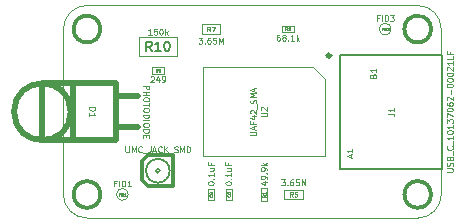
<source format=gbr>
%TF.GenerationSoftware,KiCad,Pcbnew,7.0.10*%
%TF.CreationDate,2024-02-15T14:25:30-05:00*%
%TF.ProjectId,wingbeat_detector,77696e67-6265-4617-945f-646574656374,4.0*%
%TF.SameCoordinates,Original*%
%TF.FileFunction,AssemblyDrawing,Top*%
%FSLAX46Y46*%
G04 Gerber Fmt 4.6, Leading zero omitted, Abs format (unit mm)*
G04 Created by KiCad (PCBNEW 7.0.10) date 2024-02-15 14:25:30*
%MOMM*%
%LPD*%
G01*
G04 APERTURE LIST*
%ADD10C,0.100000*%
%ADD11C,0.125000*%
%ADD12C,0.040000*%
%ADD13C,0.200000*%
%ADD14C,0.060000*%
%ADD15C,0.300000*%
%ADD16C,0.127000*%
%ADD17C,0.500000*%
%TA.AperFunction,Profile*%
%ADD18C,0.100000*%
%TD*%
G04 APERTURE END LIST*
D10*
X136000000Y-91000000D02*
X164000000Y-91000000D01*
X166000000Y-107000000D02*
X166000000Y-93000000D01*
X134000000Y-107000000D02*
G75*
G03*
X136000000Y-109000000I2000000J0D01*
G01*
X166000000Y-93000000D02*
G75*
G03*
X164000000Y-91000000I-2000000J0D01*
G01*
X136000000Y-109000000D02*
X164000000Y-109000000D01*
X134000000Y-93000000D02*
X134000000Y-107000000D01*
X136000000Y-91000000D02*
G75*
G03*
X134000000Y-93000000I0J-2000000D01*
G01*
X164000000Y-109000000D02*
G75*
G03*
X166000000Y-107000000I0J2000000D01*
G01*
D11*
X166474809Y-105083329D02*
X166879571Y-105083329D01*
X166879571Y-105083329D02*
X166927190Y-105059519D01*
X166927190Y-105059519D02*
X166951000Y-105035710D01*
X166951000Y-105035710D02*
X166974809Y-104988091D01*
X166974809Y-104988091D02*
X166974809Y-104892853D01*
X166974809Y-104892853D02*
X166951000Y-104845234D01*
X166951000Y-104845234D02*
X166927190Y-104821424D01*
X166927190Y-104821424D02*
X166879571Y-104797615D01*
X166879571Y-104797615D02*
X166474809Y-104797615D01*
X166951000Y-104583328D02*
X166974809Y-104511900D01*
X166974809Y-104511900D02*
X166974809Y-104392852D01*
X166974809Y-104392852D02*
X166951000Y-104345233D01*
X166951000Y-104345233D02*
X166927190Y-104321424D01*
X166927190Y-104321424D02*
X166879571Y-104297614D01*
X166879571Y-104297614D02*
X166831952Y-104297614D01*
X166831952Y-104297614D02*
X166784333Y-104321424D01*
X166784333Y-104321424D02*
X166760523Y-104345233D01*
X166760523Y-104345233D02*
X166736714Y-104392852D01*
X166736714Y-104392852D02*
X166712904Y-104488090D01*
X166712904Y-104488090D02*
X166689095Y-104535709D01*
X166689095Y-104535709D02*
X166665285Y-104559519D01*
X166665285Y-104559519D02*
X166617666Y-104583328D01*
X166617666Y-104583328D02*
X166570047Y-104583328D01*
X166570047Y-104583328D02*
X166522428Y-104559519D01*
X166522428Y-104559519D02*
X166498619Y-104535709D01*
X166498619Y-104535709D02*
X166474809Y-104488090D01*
X166474809Y-104488090D02*
X166474809Y-104369043D01*
X166474809Y-104369043D02*
X166498619Y-104297614D01*
X166712904Y-103916662D02*
X166736714Y-103845234D01*
X166736714Y-103845234D02*
X166760523Y-103821424D01*
X166760523Y-103821424D02*
X166808142Y-103797615D01*
X166808142Y-103797615D02*
X166879571Y-103797615D01*
X166879571Y-103797615D02*
X166927190Y-103821424D01*
X166927190Y-103821424D02*
X166951000Y-103845234D01*
X166951000Y-103845234D02*
X166974809Y-103892853D01*
X166974809Y-103892853D02*
X166974809Y-104083329D01*
X166974809Y-104083329D02*
X166474809Y-104083329D01*
X166474809Y-104083329D02*
X166474809Y-103916662D01*
X166474809Y-103916662D02*
X166498619Y-103869043D01*
X166498619Y-103869043D02*
X166522428Y-103845234D01*
X166522428Y-103845234D02*
X166570047Y-103821424D01*
X166570047Y-103821424D02*
X166617666Y-103821424D01*
X166617666Y-103821424D02*
X166665285Y-103845234D01*
X166665285Y-103845234D02*
X166689095Y-103869043D01*
X166689095Y-103869043D02*
X166712904Y-103916662D01*
X166712904Y-103916662D02*
X166712904Y-104083329D01*
X167022428Y-103702377D02*
X167022428Y-103321424D01*
X166927190Y-102916663D02*
X166951000Y-102940472D01*
X166951000Y-102940472D02*
X166974809Y-103011901D01*
X166974809Y-103011901D02*
X166974809Y-103059520D01*
X166974809Y-103059520D02*
X166951000Y-103130948D01*
X166951000Y-103130948D02*
X166903380Y-103178567D01*
X166903380Y-103178567D02*
X166855761Y-103202377D01*
X166855761Y-103202377D02*
X166760523Y-103226186D01*
X166760523Y-103226186D02*
X166689095Y-103226186D01*
X166689095Y-103226186D02*
X166593857Y-103202377D01*
X166593857Y-103202377D02*
X166546238Y-103178567D01*
X166546238Y-103178567D02*
X166498619Y-103130948D01*
X166498619Y-103130948D02*
X166474809Y-103059520D01*
X166474809Y-103059520D02*
X166474809Y-103011901D01*
X166474809Y-103011901D02*
X166498619Y-102940472D01*
X166498619Y-102940472D02*
X166522428Y-102916663D01*
X167022428Y-102821425D02*
X167022428Y-102440472D01*
X166974809Y-102059520D02*
X166974809Y-102345234D01*
X166974809Y-102202377D02*
X166474809Y-102202377D01*
X166474809Y-102202377D02*
X166546238Y-102249996D01*
X166546238Y-102249996D02*
X166593857Y-102297615D01*
X166593857Y-102297615D02*
X166617666Y-102345234D01*
X166474809Y-101749997D02*
X166474809Y-101702378D01*
X166474809Y-101702378D02*
X166498619Y-101654759D01*
X166498619Y-101654759D02*
X166522428Y-101630949D01*
X166522428Y-101630949D02*
X166570047Y-101607140D01*
X166570047Y-101607140D02*
X166665285Y-101583330D01*
X166665285Y-101583330D02*
X166784333Y-101583330D01*
X166784333Y-101583330D02*
X166879571Y-101607140D01*
X166879571Y-101607140D02*
X166927190Y-101630949D01*
X166927190Y-101630949D02*
X166951000Y-101654759D01*
X166951000Y-101654759D02*
X166974809Y-101702378D01*
X166974809Y-101702378D02*
X166974809Y-101749997D01*
X166974809Y-101749997D02*
X166951000Y-101797616D01*
X166951000Y-101797616D02*
X166927190Y-101821425D01*
X166927190Y-101821425D02*
X166879571Y-101845235D01*
X166879571Y-101845235D02*
X166784333Y-101869044D01*
X166784333Y-101869044D02*
X166665285Y-101869044D01*
X166665285Y-101869044D02*
X166570047Y-101845235D01*
X166570047Y-101845235D02*
X166522428Y-101821425D01*
X166522428Y-101821425D02*
X166498619Y-101797616D01*
X166498619Y-101797616D02*
X166474809Y-101749997D01*
X166974809Y-101107140D02*
X166974809Y-101392854D01*
X166974809Y-101249997D02*
X166474809Y-101249997D01*
X166474809Y-101249997D02*
X166546238Y-101297616D01*
X166546238Y-101297616D02*
X166593857Y-101345235D01*
X166593857Y-101345235D02*
X166617666Y-101392854D01*
X166474809Y-100940474D02*
X166474809Y-100630950D01*
X166474809Y-100630950D02*
X166665285Y-100797617D01*
X166665285Y-100797617D02*
X166665285Y-100726188D01*
X166665285Y-100726188D02*
X166689095Y-100678569D01*
X166689095Y-100678569D02*
X166712904Y-100654760D01*
X166712904Y-100654760D02*
X166760523Y-100630950D01*
X166760523Y-100630950D02*
X166879571Y-100630950D01*
X166879571Y-100630950D02*
X166927190Y-100654760D01*
X166927190Y-100654760D02*
X166951000Y-100678569D01*
X166951000Y-100678569D02*
X166974809Y-100726188D01*
X166974809Y-100726188D02*
X166974809Y-100869045D01*
X166974809Y-100869045D02*
X166951000Y-100916664D01*
X166951000Y-100916664D02*
X166927190Y-100940474D01*
X166474809Y-100464284D02*
X166474809Y-100130951D01*
X166474809Y-100130951D02*
X166974809Y-100345236D01*
X166474809Y-99845237D02*
X166474809Y-99797618D01*
X166474809Y-99797618D02*
X166498619Y-99749999D01*
X166498619Y-99749999D02*
X166522428Y-99726189D01*
X166522428Y-99726189D02*
X166570047Y-99702380D01*
X166570047Y-99702380D02*
X166665285Y-99678570D01*
X166665285Y-99678570D02*
X166784333Y-99678570D01*
X166784333Y-99678570D02*
X166879571Y-99702380D01*
X166879571Y-99702380D02*
X166927190Y-99726189D01*
X166927190Y-99726189D02*
X166951000Y-99749999D01*
X166951000Y-99749999D02*
X166974809Y-99797618D01*
X166974809Y-99797618D02*
X166974809Y-99845237D01*
X166974809Y-99845237D02*
X166951000Y-99892856D01*
X166951000Y-99892856D02*
X166927190Y-99916665D01*
X166927190Y-99916665D02*
X166879571Y-99940475D01*
X166879571Y-99940475D02*
X166784333Y-99964284D01*
X166784333Y-99964284D02*
X166665285Y-99964284D01*
X166665285Y-99964284D02*
X166570047Y-99940475D01*
X166570047Y-99940475D02*
X166522428Y-99916665D01*
X166522428Y-99916665D02*
X166498619Y-99892856D01*
X166498619Y-99892856D02*
X166474809Y-99845237D01*
X166474809Y-99249999D02*
X166474809Y-99345237D01*
X166474809Y-99345237D02*
X166498619Y-99392856D01*
X166498619Y-99392856D02*
X166522428Y-99416666D01*
X166522428Y-99416666D02*
X166593857Y-99464285D01*
X166593857Y-99464285D02*
X166689095Y-99488094D01*
X166689095Y-99488094D02*
X166879571Y-99488094D01*
X166879571Y-99488094D02*
X166927190Y-99464285D01*
X166927190Y-99464285D02*
X166951000Y-99440475D01*
X166951000Y-99440475D02*
X166974809Y-99392856D01*
X166974809Y-99392856D02*
X166974809Y-99297618D01*
X166974809Y-99297618D02*
X166951000Y-99249999D01*
X166951000Y-99249999D02*
X166927190Y-99226190D01*
X166927190Y-99226190D02*
X166879571Y-99202380D01*
X166879571Y-99202380D02*
X166760523Y-99202380D01*
X166760523Y-99202380D02*
X166712904Y-99226190D01*
X166712904Y-99226190D02*
X166689095Y-99249999D01*
X166689095Y-99249999D02*
X166665285Y-99297618D01*
X166665285Y-99297618D02*
X166665285Y-99392856D01*
X166665285Y-99392856D02*
X166689095Y-99440475D01*
X166689095Y-99440475D02*
X166712904Y-99464285D01*
X166712904Y-99464285D02*
X166760523Y-99488094D01*
X166522428Y-99011904D02*
X166498619Y-98988095D01*
X166498619Y-98988095D02*
X166474809Y-98940476D01*
X166474809Y-98940476D02*
X166474809Y-98821428D01*
X166474809Y-98821428D02*
X166498619Y-98773809D01*
X166498619Y-98773809D02*
X166522428Y-98750000D01*
X166522428Y-98750000D02*
X166570047Y-98726190D01*
X166570047Y-98726190D02*
X166617666Y-98726190D01*
X166617666Y-98726190D02*
X166689095Y-98750000D01*
X166689095Y-98750000D02*
X166974809Y-99035714D01*
X166974809Y-99035714D02*
X166974809Y-98726190D01*
X166784333Y-98511905D02*
X166784333Y-98130953D01*
X166474809Y-97797619D02*
X166474809Y-97750000D01*
X166474809Y-97750000D02*
X166498619Y-97702381D01*
X166498619Y-97702381D02*
X166522428Y-97678571D01*
X166522428Y-97678571D02*
X166570047Y-97654762D01*
X166570047Y-97654762D02*
X166665285Y-97630952D01*
X166665285Y-97630952D02*
X166784333Y-97630952D01*
X166784333Y-97630952D02*
X166879571Y-97654762D01*
X166879571Y-97654762D02*
X166927190Y-97678571D01*
X166927190Y-97678571D02*
X166951000Y-97702381D01*
X166951000Y-97702381D02*
X166974809Y-97750000D01*
X166974809Y-97750000D02*
X166974809Y-97797619D01*
X166974809Y-97797619D02*
X166951000Y-97845238D01*
X166951000Y-97845238D02*
X166927190Y-97869047D01*
X166927190Y-97869047D02*
X166879571Y-97892857D01*
X166879571Y-97892857D02*
X166784333Y-97916666D01*
X166784333Y-97916666D02*
X166665285Y-97916666D01*
X166665285Y-97916666D02*
X166570047Y-97892857D01*
X166570047Y-97892857D02*
X166522428Y-97869047D01*
X166522428Y-97869047D02*
X166498619Y-97845238D01*
X166498619Y-97845238D02*
X166474809Y-97797619D01*
X166474809Y-97321429D02*
X166474809Y-97273810D01*
X166474809Y-97273810D02*
X166498619Y-97226191D01*
X166498619Y-97226191D02*
X166522428Y-97202381D01*
X166522428Y-97202381D02*
X166570047Y-97178572D01*
X166570047Y-97178572D02*
X166665285Y-97154762D01*
X166665285Y-97154762D02*
X166784333Y-97154762D01*
X166784333Y-97154762D02*
X166879571Y-97178572D01*
X166879571Y-97178572D02*
X166927190Y-97202381D01*
X166927190Y-97202381D02*
X166951000Y-97226191D01*
X166951000Y-97226191D02*
X166974809Y-97273810D01*
X166974809Y-97273810D02*
X166974809Y-97321429D01*
X166974809Y-97321429D02*
X166951000Y-97369048D01*
X166951000Y-97369048D02*
X166927190Y-97392857D01*
X166927190Y-97392857D02*
X166879571Y-97416667D01*
X166879571Y-97416667D02*
X166784333Y-97440476D01*
X166784333Y-97440476D02*
X166665285Y-97440476D01*
X166665285Y-97440476D02*
X166570047Y-97416667D01*
X166570047Y-97416667D02*
X166522428Y-97392857D01*
X166522428Y-97392857D02*
X166498619Y-97369048D01*
X166498619Y-97369048D02*
X166474809Y-97321429D01*
X166474809Y-96845239D02*
X166474809Y-96797620D01*
X166474809Y-96797620D02*
X166498619Y-96750001D01*
X166498619Y-96750001D02*
X166522428Y-96726191D01*
X166522428Y-96726191D02*
X166570047Y-96702382D01*
X166570047Y-96702382D02*
X166665285Y-96678572D01*
X166665285Y-96678572D02*
X166784333Y-96678572D01*
X166784333Y-96678572D02*
X166879571Y-96702382D01*
X166879571Y-96702382D02*
X166927190Y-96726191D01*
X166927190Y-96726191D02*
X166951000Y-96750001D01*
X166951000Y-96750001D02*
X166974809Y-96797620D01*
X166974809Y-96797620D02*
X166974809Y-96845239D01*
X166974809Y-96845239D02*
X166951000Y-96892858D01*
X166951000Y-96892858D02*
X166927190Y-96916667D01*
X166927190Y-96916667D02*
X166879571Y-96940477D01*
X166879571Y-96940477D02*
X166784333Y-96964286D01*
X166784333Y-96964286D02*
X166665285Y-96964286D01*
X166665285Y-96964286D02*
X166570047Y-96940477D01*
X166570047Y-96940477D02*
X166522428Y-96916667D01*
X166522428Y-96916667D02*
X166498619Y-96892858D01*
X166498619Y-96892858D02*
X166474809Y-96845239D01*
X166522428Y-96488096D02*
X166498619Y-96464287D01*
X166498619Y-96464287D02*
X166474809Y-96416668D01*
X166474809Y-96416668D02*
X166474809Y-96297620D01*
X166474809Y-96297620D02*
X166498619Y-96250001D01*
X166498619Y-96250001D02*
X166522428Y-96226192D01*
X166522428Y-96226192D02*
X166570047Y-96202382D01*
X166570047Y-96202382D02*
X166617666Y-96202382D01*
X166617666Y-96202382D02*
X166689095Y-96226192D01*
X166689095Y-96226192D02*
X166974809Y-96511906D01*
X166974809Y-96511906D02*
X166974809Y-96202382D01*
X166974809Y-95726192D02*
X166974809Y-96011906D01*
X166974809Y-95869049D02*
X166474809Y-95869049D01*
X166474809Y-95869049D02*
X166546238Y-95916668D01*
X166546238Y-95916668D02*
X166593857Y-95964287D01*
X166593857Y-95964287D02*
X166617666Y-96011906D01*
X166974809Y-95273812D02*
X166974809Y-95511907D01*
X166974809Y-95511907D02*
X166474809Y-95511907D01*
X166712904Y-94940478D02*
X166712904Y-95107145D01*
X166974809Y-95107145D02*
X166474809Y-95107145D01*
X166474809Y-95107145D02*
X166474809Y-94869050D01*
X161524809Y-100166666D02*
X161881952Y-100166666D01*
X161881952Y-100166666D02*
X161953380Y-100190475D01*
X161953380Y-100190475D02*
X162001000Y-100238094D01*
X162001000Y-100238094D02*
X162024809Y-100309523D01*
X162024809Y-100309523D02*
X162024809Y-100357142D01*
X162024809Y-99666666D02*
X162024809Y-99952380D01*
X162024809Y-99809523D02*
X161524809Y-99809523D01*
X161524809Y-99809523D02*
X161596238Y-99857142D01*
X161596238Y-99857142D02*
X161643857Y-99904761D01*
X161643857Y-99904761D02*
X161667666Y-99952380D01*
X158331952Y-103857141D02*
X158331952Y-103619046D01*
X158474809Y-103904760D02*
X157974809Y-103738094D01*
X157974809Y-103738094D02*
X158474809Y-103571427D01*
X158474809Y-103142856D02*
X158474809Y-103428570D01*
X158474809Y-103285713D02*
X157974809Y-103285713D01*
X157974809Y-103285713D02*
X158046238Y-103333332D01*
X158046238Y-103333332D02*
X158093857Y-103380951D01*
X158093857Y-103380951D02*
X158117666Y-103428570D01*
X160212904Y-96952380D02*
X160236714Y-96880952D01*
X160236714Y-96880952D02*
X160260523Y-96857142D01*
X160260523Y-96857142D02*
X160308142Y-96833333D01*
X160308142Y-96833333D02*
X160379571Y-96833333D01*
X160379571Y-96833333D02*
X160427190Y-96857142D01*
X160427190Y-96857142D02*
X160451000Y-96880952D01*
X160451000Y-96880952D02*
X160474809Y-96928571D01*
X160474809Y-96928571D02*
X160474809Y-97119047D01*
X160474809Y-97119047D02*
X159974809Y-97119047D01*
X159974809Y-97119047D02*
X159974809Y-96952380D01*
X159974809Y-96952380D02*
X159998619Y-96904761D01*
X159998619Y-96904761D02*
X160022428Y-96880952D01*
X160022428Y-96880952D02*
X160070047Y-96857142D01*
X160070047Y-96857142D02*
X160117666Y-96857142D01*
X160117666Y-96857142D02*
X160165285Y-96880952D01*
X160165285Y-96880952D02*
X160189095Y-96904761D01*
X160189095Y-96904761D02*
X160212904Y-96952380D01*
X160212904Y-96952380D02*
X160212904Y-97119047D01*
X160474809Y-96357142D02*
X160474809Y-96642856D01*
X160474809Y-96499999D02*
X159974809Y-96499999D01*
X159974809Y-96499999D02*
X160046238Y-96547618D01*
X160046238Y-96547618D02*
X160093857Y-96595237D01*
X160093857Y-96595237D02*
X160117666Y-96642856D01*
X141380953Y-97022428D02*
X141404762Y-96998619D01*
X141404762Y-96998619D02*
X141452381Y-96974809D01*
X141452381Y-96974809D02*
X141571429Y-96974809D01*
X141571429Y-96974809D02*
X141619048Y-96998619D01*
X141619048Y-96998619D02*
X141642857Y-97022428D01*
X141642857Y-97022428D02*
X141666667Y-97070047D01*
X141666667Y-97070047D02*
X141666667Y-97117666D01*
X141666667Y-97117666D02*
X141642857Y-97189095D01*
X141642857Y-97189095D02*
X141357143Y-97474809D01*
X141357143Y-97474809D02*
X141666667Y-97474809D01*
X142095238Y-97141476D02*
X142095238Y-97474809D01*
X141976190Y-96951000D02*
X141857143Y-97308142D01*
X141857143Y-97308142D02*
X142166666Y-97308142D01*
X142380952Y-97474809D02*
X142476190Y-97474809D01*
X142476190Y-97474809D02*
X142523809Y-97451000D01*
X142523809Y-97451000D02*
X142547618Y-97427190D01*
X142547618Y-97427190D02*
X142595237Y-97355761D01*
X142595237Y-97355761D02*
X142619047Y-97260523D01*
X142619047Y-97260523D02*
X142619047Y-97070047D01*
X142619047Y-97070047D02*
X142595237Y-97022428D01*
X142595237Y-97022428D02*
X142571428Y-96998619D01*
X142571428Y-96998619D02*
X142523809Y-96974809D01*
X142523809Y-96974809D02*
X142428571Y-96974809D01*
X142428571Y-96974809D02*
X142380952Y-96998619D01*
X142380952Y-96998619D02*
X142357142Y-97022428D01*
X142357142Y-97022428D02*
X142333333Y-97070047D01*
X142333333Y-97070047D02*
X142333333Y-97189095D01*
X142333333Y-97189095D02*
X142357142Y-97236714D01*
X142357142Y-97236714D02*
X142380952Y-97260523D01*
X142380952Y-97260523D02*
X142428571Y-97284333D01*
X142428571Y-97284333D02*
X142523809Y-97284333D01*
X142523809Y-97284333D02*
X142571428Y-97260523D01*
X142571428Y-97260523D02*
X142595237Y-97236714D01*
X142595237Y-97236714D02*
X142619047Y-97189095D01*
D12*
X141956667Y-96618200D02*
X141870000Y-96494391D01*
X141808095Y-96618200D02*
X141808095Y-96358200D01*
X141808095Y-96358200D02*
X141907143Y-96358200D01*
X141907143Y-96358200D02*
X141931905Y-96370581D01*
X141931905Y-96370581D02*
X141944286Y-96382962D01*
X141944286Y-96382962D02*
X141956667Y-96407724D01*
X141956667Y-96407724D02*
X141956667Y-96444867D01*
X141956667Y-96444867D02*
X141944286Y-96469629D01*
X141944286Y-96469629D02*
X141931905Y-96482010D01*
X141931905Y-96482010D02*
X141907143Y-96494391D01*
X141907143Y-96494391D02*
X141808095Y-96494391D01*
X142080476Y-96618200D02*
X142130000Y-96618200D01*
X142130000Y-96618200D02*
X142154762Y-96605820D01*
X142154762Y-96605820D02*
X142167143Y-96593439D01*
X142167143Y-96593439D02*
X142191905Y-96556296D01*
X142191905Y-96556296D02*
X142204286Y-96506772D01*
X142204286Y-96506772D02*
X142204286Y-96407724D01*
X142204286Y-96407724D02*
X142191905Y-96382962D01*
X142191905Y-96382962D02*
X142179524Y-96370581D01*
X142179524Y-96370581D02*
X142154762Y-96358200D01*
X142154762Y-96358200D02*
X142105238Y-96358200D01*
X142105238Y-96358200D02*
X142080476Y-96370581D01*
X142080476Y-96370581D02*
X142068095Y-96382962D01*
X142068095Y-96382962D02*
X142055714Y-96407724D01*
X142055714Y-96407724D02*
X142055714Y-96469629D01*
X142055714Y-96469629D02*
X142068095Y-96494391D01*
X142068095Y-96494391D02*
X142080476Y-96506772D01*
X142080476Y-96506772D02*
X142105238Y-96519153D01*
X142105238Y-96519153D02*
X142154762Y-96519153D01*
X142154762Y-96519153D02*
X142179524Y-96506772D01*
X142179524Y-96506772D02*
X142191905Y-96494391D01*
X142191905Y-96494391D02*
X142204286Y-96469629D01*
D11*
X138464286Y-106062904D02*
X138297619Y-106062904D01*
X138297619Y-106324809D02*
X138297619Y-105824809D01*
X138297619Y-105824809D02*
X138535714Y-105824809D01*
X138726190Y-106324809D02*
X138726190Y-105824809D01*
X138964285Y-106324809D02*
X138964285Y-105824809D01*
X138964285Y-105824809D02*
X139083333Y-105824809D01*
X139083333Y-105824809D02*
X139154761Y-105848619D01*
X139154761Y-105848619D02*
X139202380Y-105896238D01*
X139202380Y-105896238D02*
X139226190Y-105943857D01*
X139226190Y-105943857D02*
X139249999Y-106039095D01*
X139249999Y-106039095D02*
X139249999Y-106110523D01*
X139249999Y-106110523D02*
X139226190Y-106205761D01*
X139226190Y-106205761D02*
X139202380Y-106253380D01*
X139202380Y-106253380D02*
X139154761Y-106301000D01*
X139154761Y-106301000D02*
X139083333Y-106324809D01*
X139083333Y-106324809D02*
X138964285Y-106324809D01*
X139726190Y-106324809D02*
X139440476Y-106324809D01*
X139583333Y-106324809D02*
X139583333Y-105824809D01*
X139583333Y-105824809D02*
X139535714Y-105896238D01*
X139535714Y-105896238D02*
X139488095Y-105943857D01*
X139488095Y-105943857D02*
X139440476Y-105967666D01*
D12*
X138785714Y-106985681D02*
X138719048Y-106985681D01*
X138719048Y-107090443D02*
X138719048Y-106890443D01*
X138719048Y-106890443D02*
X138814286Y-106890443D01*
X138890477Y-107090443D02*
X138890477Y-106890443D01*
X138985715Y-107090443D02*
X138985715Y-106890443D01*
X138985715Y-106890443D02*
X139033334Y-106890443D01*
X139033334Y-106890443D02*
X139061905Y-106899967D01*
X139061905Y-106899967D02*
X139080953Y-106919015D01*
X139080953Y-106919015D02*
X139090476Y-106938062D01*
X139090476Y-106938062D02*
X139100000Y-106976158D01*
X139100000Y-106976158D02*
X139100000Y-107004729D01*
X139100000Y-107004729D02*
X139090476Y-107042824D01*
X139090476Y-107042824D02*
X139080953Y-107061872D01*
X139080953Y-107061872D02*
X139061905Y-107080920D01*
X139061905Y-107080920D02*
X139033334Y-107090443D01*
X139033334Y-107090443D02*
X138985715Y-107090443D01*
X139290476Y-107090443D02*
X139176191Y-107090443D01*
X139233334Y-107090443D02*
X139233334Y-106890443D01*
X139233334Y-106890443D02*
X139214286Y-106919015D01*
X139214286Y-106919015D02*
X139195238Y-106938062D01*
X139195238Y-106938062D02*
X139176191Y-106947586D01*
D11*
X149824809Y-101976189D02*
X150229571Y-101976189D01*
X150229571Y-101976189D02*
X150277190Y-101952379D01*
X150277190Y-101952379D02*
X150301000Y-101928570D01*
X150301000Y-101928570D02*
X150324809Y-101880951D01*
X150324809Y-101880951D02*
X150324809Y-101785713D01*
X150324809Y-101785713D02*
X150301000Y-101738094D01*
X150301000Y-101738094D02*
X150277190Y-101714284D01*
X150277190Y-101714284D02*
X150229571Y-101690475D01*
X150229571Y-101690475D02*
X149824809Y-101690475D01*
X150181952Y-101476188D02*
X150181952Y-101238093D01*
X150324809Y-101523807D02*
X149824809Y-101357141D01*
X149824809Y-101357141D02*
X150324809Y-101190474D01*
X150062904Y-100857141D02*
X150062904Y-101023808D01*
X150324809Y-101023808D02*
X149824809Y-101023808D01*
X149824809Y-101023808D02*
X149824809Y-100785713D01*
X149991476Y-100380951D02*
X150324809Y-100380951D01*
X149801000Y-100499999D02*
X150158142Y-100619046D01*
X150158142Y-100619046D02*
X150158142Y-100309523D01*
X149872428Y-100142856D02*
X149848619Y-100119047D01*
X149848619Y-100119047D02*
X149824809Y-100071428D01*
X149824809Y-100071428D02*
X149824809Y-99952380D01*
X149824809Y-99952380D02*
X149848619Y-99904761D01*
X149848619Y-99904761D02*
X149872428Y-99880952D01*
X149872428Y-99880952D02*
X149920047Y-99857142D01*
X149920047Y-99857142D02*
X149967666Y-99857142D01*
X149967666Y-99857142D02*
X150039095Y-99880952D01*
X150039095Y-99880952D02*
X150324809Y-100166666D01*
X150324809Y-100166666D02*
X150324809Y-99857142D01*
X150372428Y-99761905D02*
X150372428Y-99380952D01*
X150301000Y-99285714D02*
X150324809Y-99214286D01*
X150324809Y-99214286D02*
X150324809Y-99095238D01*
X150324809Y-99095238D02*
X150301000Y-99047619D01*
X150301000Y-99047619D02*
X150277190Y-99023810D01*
X150277190Y-99023810D02*
X150229571Y-99000000D01*
X150229571Y-99000000D02*
X150181952Y-99000000D01*
X150181952Y-99000000D02*
X150134333Y-99023810D01*
X150134333Y-99023810D02*
X150110523Y-99047619D01*
X150110523Y-99047619D02*
X150086714Y-99095238D01*
X150086714Y-99095238D02*
X150062904Y-99190476D01*
X150062904Y-99190476D02*
X150039095Y-99238095D01*
X150039095Y-99238095D02*
X150015285Y-99261905D01*
X150015285Y-99261905D02*
X149967666Y-99285714D01*
X149967666Y-99285714D02*
X149920047Y-99285714D01*
X149920047Y-99285714D02*
X149872428Y-99261905D01*
X149872428Y-99261905D02*
X149848619Y-99238095D01*
X149848619Y-99238095D02*
X149824809Y-99190476D01*
X149824809Y-99190476D02*
X149824809Y-99071429D01*
X149824809Y-99071429D02*
X149848619Y-99000000D01*
X150324809Y-98785715D02*
X149824809Y-98785715D01*
X149824809Y-98785715D02*
X150181952Y-98619048D01*
X150181952Y-98619048D02*
X149824809Y-98452382D01*
X149824809Y-98452382D02*
X150324809Y-98452382D01*
X150181952Y-98238095D02*
X150181952Y-98000000D01*
X150324809Y-98285714D02*
X149824809Y-98119048D01*
X149824809Y-98119048D02*
X150324809Y-97952381D01*
X150724809Y-100380952D02*
X151129571Y-100380952D01*
X151129571Y-100380952D02*
X151177190Y-100357142D01*
X151177190Y-100357142D02*
X151201000Y-100333333D01*
X151201000Y-100333333D02*
X151224809Y-100285714D01*
X151224809Y-100285714D02*
X151224809Y-100190476D01*
X151224809Y-100190476D02*
X151201000Y-100142857D01*
X151201000Y-100142857D02*
X151177190Y-100119047D01*
X151177190Y-100119047D02*
X151129571Y-100095238D01*
X151129571Y-100095238D02*
X150724809Y-100095238D01*
X150772428Y-99880951D02*
X150748619Y-99857142D01*
X150748619Y-99857142D02*
X150724809Y-99809523D01*
X150724809Y-99809523D02*
X150724809Y-99690475D01*
X150724809Y-99690475D02*
X150748619Y-99642856D01*
X150748619Y-99642856D02*
X150772428Y-99619047D01*
X150772428Y-99619047D02*
X150820047Y-99595237D01*
X150820047Y-99595237D02*
X150867666Y-99595237D01*
X150867666Y-99595237D02*
X150939095Y-99619047D01*
X150939095Y-99619047D02*
X151224809Y-99904761D01*
X151224809Y-99904761D02*
X151224809Y-99595237D01*
X141464286Y-93474809D02*
X141178572Y-93474809D01*
X141321429Y-93474809D02*
X141321429Y-92974809D01*
X141321429Y-92974809D02*
X141273810Y-93046238D01*
X141273810Y-93046238D02*
X141226191Y-93093857D01*
X141226191Y-93093857D02*
X141178572Y-93117666D01*
X141916666Y-92974809D02*
X141678571Y-92974809D01*
X141678571Y-92974809D02*
X141654762Y-93212904D01*
X141654762Y-93212904D02*
X141678571Y-93189095D01*
X141678571Y-93189095D02*
X141726190Y-93165285D01*
X141726190Y-93165285D02*
X141845238Y-93165285D01*
X141845238Y-93165285D02*
X141892857Y-93189095D01*
X141892857Y-93189095D02*
X141916666Y-93212904D01*
X141916666Y-93212904D02*
X141940476Y-93260523D01*
X141940476Y-93260523D02*
X141940476Y-93379571D01*
X141940476Y-93379571D02*
X141916666Y-93427190D01*
X141916666Y-93427190D02*
X141892857Y-93451000D01*
X141892857Y-93451000D02*
X141845238Y-93474809D01*
X141845238Y-93474809D02*
X141726190Y-93474809D01*
X141726190Y-93474809D02*
X141678571Y-93451000D01*
X141678571Y-93451000D02*
X141654762Y-93427190D01*
X142249999Y-92974809D02*
X142297618Y-92974809D01*
X142297618Y-92974809D02*
X142345237Y-92998619D01*
X142345237Y-92998619D02*
X142369047Y-93022428D01*
X142369047Y-93022428D02*
X142392856Y-93070047D01*
X142392856Y-93070047D02*
X142416666Y-93165285D01*
X142416666Y-93165285D02*
X142416666Y-93284333D01*
X142416666Y-93284333D02*
X142392856Y-93379571D01*
X142392856Y-93379571D02*
X142369047Y-93427190D01*
X142369047Y-93427190D02*
X142345237Y-93451000D01*
X142345237Y-93451000D02*
X142297618Y-93474809D01*
X142297618Y-93474809D02*
X142249999Y-93474809D01*
X142249999Y-93474809D02*
X142202380Y-93451000D01*
X142202380Y-93451000D02*
X142178571Y-93427190D01*
X142178571Y-93427190D02*
X142154761Y-93379571D01*
X142154761Y-93379571D02*
X142130952Y-93284333D01*
X142130952Y-93284333D02*
X142130952Y-93165285D01*
X142130952Y-93165285D02*
X142154761Y-93070047D01*
X142154761Y-93070047D02*
X142178571Y-93022428D01*
X142178571Y-93022428D02*
X142202380Y-92998619D01*
X142202380Y-92998619D02*
X142249999Y-92974809D01*
X142630951Y-93474809D02*
X142630951Y-92974809D01*
X142678570Y-93284333D02*
X142821427Y-93474809D01*
X142821427Y-93141476D02*
X142630951Y-93331952D01*
D13*
X141485714Y-94859695D02*
X141219047Y-94478742D01*
X141028571Y-94859695D02*
X141028571Y-94059695D01*
X141028571Y-94059695D02*
X141333333Y-94059695D01*
X141333333Y-94059695D02*
X141409523Y-94097790D01*
X141409523Y-94097790D02*
X141447618Y-94135885D01*
X141447618Y-94135885D02*
X141485714Y-94212076D01*
X141485714Y-94212076D02*
X141485714Y-94326361D01*
X141485714Y-94326361D02*
X141447618Y-94402552D01*
X141447618Y-94402552D02*
X141409523Y-94440647D01*
X141409523Y-94440647D02*
X141333333Y-94478742D01*
X141333333Y-94478742D02*
X141028571Y-94478742D01*
X142247618Y-94859695D02*
X141790475Y-94859695D01*
X142019047Y-94859695D02*
X142019047Y-94059695D01*
X142019047Y-94059695D02*
X141942856Y-94173980D01*
X141942856Y-94173980D02*
X141866666Y-94250171D01*
X141866666Y-94250171D02*
X141790475Y-94288266D01*
X142742857Y-94059695D02*
X142819047Y-94059695D01*
X142819047Y-94059695D02*
X142895238Y-94097790D01*
X142895238Y-94097790D02*
X142933333Y-94135885D01*
X142933333Y-94135885D02*
X142971428Y-94212076D01*
X142971428Y-94212076D02*
X143009523Y-94364457D01*
X143009523Y-94364457D02*
X143009523Y-94554933D01*
X143009523Y-94554933D02*
X142971428Y-94707314D01*
X142971428Y-94707314D02*
X142933333Y-94783504D01*
X142933333Y-94783504D02*
X142895238Y-94821600D01*
X142895238Y-94821600D02*
X142819047Y-94859695D01*
X142819047Y-94859695D02*
X142742857Y-94859695D01*
X142742857Y-94859695D02*
X142666666Y-94821600D01*
X142666666Y-94821600D02*
X142628571Y-94783504D01*
X142628571Y-94783504D02*
X142590476Y-94707314D01*
X142590476Y-94707314D02*
X142552380Y-94554933D01*
X142552380Y-94554933D02*
X142552380Y-94364457D01*
X142552380Y-94364457D02*
X142590476Y-94212076D01*
X142590476Y-94212076D02*
X142628571Y-94135885D01*
X142628571Y-94135885D02*
X142666666Y-94097790D01*
X142666666Y-94097790D02*
X142742857Y-94059695D01*
D11*
X150891476Y-105952379D02*
X151224809Y-105952379D01*
X150701000Y-106071427D02*
X151058142Y-106190474D01*
X151058142Y-106190474D02*
X151058142Y-105880951D01*
X151224809Y-105666665D02*
X151224809Y-105571427D01*
X151224809Y-105571427D02*
X151201000Y-105523808D01*
X151201000Y-105523808D02*
X151177190Y-105499999D01*
X151177190Y-105499999D02*
X151105761Y-105452380D01*
X151105761Y-105452380D02*
X151010523Y-105428570D01*
X151010523Y-105428570D02*
X150820047Y-105428570D01*
X150820047Y-105428570D02*
X150772428Y-105452380D01*
X150772428Y-105452380D02*
X150748619Y-105476189D01*
X150748619Y-105476189D02*
X150724809Y-105523808D01*
X150724809Y-105523808D02*
X150724809Y-105619046D01*
X150724809Y-105619046D02*
X150748619Y-105666665D01*
X150748619Y-105666665D02*
X150772428Y-105690475D01*
X150772428Y-105690475D02*
X150820047Y-105714284D01*
X150820047Y-105714284D02*
X150939095Y-105714284D01*
X150939095Y-105714284D02*
X150986714Y-105690475D01*
X150986714Y-105690475D02*
X151010523Y-105666665D01*
X151010523Y-105666665D02*
X151034333Y-105619046D01*
X151034333Y-105619046D02*
X151034333Y-105523808D01*
X151034333Y-105523808D02*
X151010523Y-105476189D01*
X151010523Y-105476189D02*
X150986714Y-105452380D01*
X150986714Y-105452380D02*
X150939095Y-105428570D01*
X151177190Y-105214285D02*
X151201000Y-105190475D01*
X151201000Y-105190475D02*
X151224809Y-105214285D01*
X151224809Y-105214285D02*
X151201000Y-105238094D01*
X151201000Y-105238094D02*
X151177190Y-105214285D01*
X151177190Y-105214285D02*
X151224809Y-105214285D01*
X151224809Y-104952380D02*
X151224809Y-104857142D01*
X151224809Y-104857142D02*
X151201000Y-104809523D01*
X151201000Y-104809523D02*
X151177190Y-104785714D01*
X151177190Y-104785714D02*
X151105761Y-104738095D01*
X151105761Y-104738095D02*
X151010523Y-104714285D01*
X151010523Y-104714285D02*
X150820047Y-104714285D01*
X150820047Y-104714285D02*
X150772428Y-104738095D01*
X150772428Y-104738095D02*
X150748619Y-104761904D01*
X150748619Y-104761904D02*
X150724809Y-104809523D01*
X150724809Y-104809523D02*
X150724809Y-104904761D01*
X150724809Y-104904761D02*
X150748619Y-104952380D01*
X150748619Y-104952380D02*
X150772428Y-104976190D01*
X150772428Y-104976190D02*
X150820047Y-104999999D01*
X150820047Y-104999999D02*
X150939095Y-104999999D01*
X150939095Y-104999999D02*
X150986714Y-104976190D01*
X150986714Y-104976190D02*
X151010523Y-104952380D01*
X151010523Y-104952380D02*
X151034333Y-104904761D01*
X151034333Y-104904761D02*
X151034333Y-104809523D01*
X151034333Y-104809523D02*
X151010523Y-104761904D01*
X151010523Y-104761904D02*
X150986714Y-104738095D01*
X150986714Y-104738095D02*
X150939095Y-104714285D01*
X151224809Y-104500000D02*
X150724809Y-104500000D01*
X151034333Y-104452381D02*
X151224809Y-104309524D01*
X150891476Y-104309524D02*
X151081952Y-104500000D01*
D12*
X151118200Y-107043332D02*
X150994391Y-107129999D01*
X151118200Y-107191904D02*
X150858200Y-107191904D01*
X150858200Y-107191904D02*
X150858200Y-107092856D01*
X150858200Y-107092856D02*
X150870581Y-107068094D01*
X150870581Y-107068094D02*
X150882962Y-107055713D01*
X150882962Y-107055713D02*
X150907724Y-107043332D01*
X150907724Y-107043332D02*
X150944867Y-107043332D01*
X150944867Y-107043332D02*
X150969629Y-107055713D01*
X150969629Y-107055713D02*
X150982010Y-107068094D01*
X150982010Y-107068094D02*
X150994391Y-107092856D01*
X150994391Y-107092856D02*
X150994391Y-107191904D01*
X151118200Y-106795713D02*
X151118200Y-106944285D01*
X151118200Y-106869999D02*
X150858200Y-106869999D01*
X150858200Y-106869999D02*
X150895343Y-106894761D01*
X150895343Y-106894761D02*
X150920105Y-106919523D01*
X150920105Y-106919523D02*
X150932486Y-106944285D01*
D11*
X152452381Y-105724809D02*
X152761905Y-105724809D01*
X152761905Y-105724809D02*
X152595238Y-105915285D01*
X152595238Y-105915285D02*
X152666667Y-105915285D01*
X152666667Y-105915285D02*
X152714286Y-105939095D01*
X152714286Y-105939095D02*
X152738095Y-105962904D01*
X152738095Y-105962904D02*
X152761905Y-106010523D01*
X152761905Y-106010523D02*
X152761905Y-106129571D01*
X152761905Y-106129571D02*
X152738095Y-106177190D01*
X152738095Y-106177190D02*
X152714286Y-106201000D01*
X152714286Y-106201000D02*
X152666667Y-106224809D01*
X152666667Y-106224809D02*
X152523810Y-106224809D01*
X152523810Y-106224809D02*
X152476191Y-106201000D01*
X152476191Y-106201000D02*
X152452381Y-106177190D01*
X152976190Y-106177190D02*
X153000000Y-106201000D01*
X153000000Y-106201000D02*
X152976190Y-106224809D01*
X152976190Y-106224809D02*
X152952381Y-106201000D01*
X152952381Y-106201000D02*
X152976190Y-106177190D01*
X152976190Y-106177190D02*
X152976190Y-106224809D01*
X153428571Y-105724809D02*
X153333333Y-105724809D01*
X153333333Y-105724809D02*
X153285714Y-105748619D01*
X153285714Y-105748619D02*
X153261904Y-105772428D01*
X153261904Y-105772428D02*
X153214285Y-105843857D01*
X153214285Y-105843857D02*
X153190476Y-105939095D01*
X153190476Y-105939095D02*
X153190476Y-106129571D01*
X153190476Y-106129571D02*
X153214285Y-106177190D01*
X153214285Y-106177190D02*
X153238095Y-106201000D01*
X153238095Y-106201000D02*
X153285714Y-106224809D01*
X153285714Y-106224809D02*
X153380952Y-106224809D01*
X153380952Y-106224809D02*
X153428571Y-106201000D01*
X153428571Y-106201000D02*
X153452380Y-106177190D01*
X153452380Y-106177190D02*
X153476190Y-106129571D01*
X153476190Y-106129571D02*
X153476190Y-106010523D01*
X153476190Y-106010523D02*
X153452380Y-105962904D01*
X153452380Y-105962904D02*
X153428571Y-105939095D01*
X153428571Y-105939095D02*
X153380952Y-105915285D01*
X153380952Y-105915285D02*
X153285714Y-105915285D01*
X153285714Y-105915285D02*
X153238095Y-105939095D01*
X153238095Y-105939095D02*
X153214285Y-105962904D01*
X153214285Y-105962904D02*
X153190476Y-106010523D01*
X153928570Y-105724809D02*
X153690475Y-105724809D01*
X153690475Y-105724809D02*
X153666666Y-105962904D01*
X153666666Y-105962904D02*
X153690475Y-105939095D01*
X153690475Y-105939095D02*
X153738094Y-105915285D01*
X153738094Y-105915285D02*
X153857142Y-105915285D01*
X153857142Y-105915285D02*
X153904761Y-105939095D01*
X153904761Y-105939095D02*
X153928570Y-105962904D01*
X153928570Y-105962904D02*
X153952380Y-106010523D01*
X153952380Y-106010523D02*
X153952380Y-106129571D01*
X153952380Y-106129571D02*
X153928570Y-106177190D01*
X153928570Y-106177190D02*
X153904761Y-106201000D01*
X153904761Y-106201000D02*
X153857142Y-106224809D01*
X153857142Y-106224809D02*
X153738094Y-106224809D01*
X153738094Y-106224809D02*
X153690475Y-106201000D01*
X153690475Y-106201000D02*
X153666666Y-106177190D01*
X154166665Y-106224809D02*
X154166665Y-105724809D01*
X154166665Y-105724809D02*
X154333332Y-106081952D01*
X154333332Y-106081952D02*
X154499998Y-105724809D01*
X154499998Y-105724809D02*
X154499998Y-106224809D01*
D14*
X153433333Y-107181927D02*
X153300000Y-106991451D01*
X153204762Y-107181927D02*
X153204762Y-106781927D01*
X153204762Y-106781927D02*
X153357143Y-106781927D01*
X153357143Y-106781927D02*
X153395238Y-106800975D01*
X153395238Y-106800975D02*
X153414285Y-106820022D01*
X153414285Y-106820022D02*
X153433333Y-106858118D01*
X153433333Y-106858118D02*
X153433333Y-106915260D01*
X153433333Y-106915260D02*
X153414285Y-106953356D01*
X153414285Y-106953356D02*
X153395238Y-106972403D01*
X153395238Y-106972403D02*
X153357143Y-106991451D01*
X153357143Y-106991451D02*
X153204762Y-106991451D01*
X153795238Y-106781927D02*
X153604762Y-106781927D01*
X153604762Y-106781927D02*
X153585714Y-106972403D01*
X153585714Y-106972403D02*
X153604762Y-106953356D01*
X153604762Y-106953356D02*
X153642857Y-106934308D01*
X153642857Y-106934308D02*
X153738095Y-106934308D01*
X153738095Y-106934308D02*
X153776190Y-106953356D01*
X153776190Y-106953356D02*
X153795238Y-106972403D01*
X153795238Y-106972403D02*
X153814285Y-107010499D01*
X153814285Y-107010499D02*
X153814285Y-107105737D01*
X153814285Y-107105737D02*
X153795238Y-107143832D01*
X153795238Y-107143832D02*
X153776190Y-107162880D01*
X153776190Y-107162880D02*
X153738095Y-107181927D01*
X153738095Y-107181927D02*
X153642857Y-107181927D01*
X153642857Y-107181927D02*
X153604762Y-107162880D01*
X153604762Y-107162880D02*
X153585714Y-107143832D01*
D11*
X145452381Y-93724809D02*
X145761905Y-93724809D01*
X145761905Y-93724809D02*
X145595238Y-93915285D01*
X145595238Y-93915285D02*
X145666667Y-93915285D01*
X145666667Y-93915285D02*
X145714286Y-93939095D01*
X145714286Y-93939095D02*
X145738095Y-93962904D01*
X145738095Y-93962904D02*
X145761905Y-94010523D01*
X145761905Y-94010523D02*
X145761905Y-94129571D01*
X145761905Y-94129571D02*
X145738095Y-94177190D01*
X145738095Y-94177190D02*
X145714286Y-94201000D01*
X145714286Y-94201000D02*
X145666667Y-94224809D01*
X145666667Y-94224809D02*
X145523810Y-94224809D01*
X145523810Y-94224809D02*
X145476191Y-94201000D01*
X145476191Y-94201000D02*
X145452381Y-94177190D01*
X145976190Y-94177190D02*
X146000000Y-94201000D01*
X146000000Y-94201000D02*
X145976190Y-94224809D01*
X145976190Y-94224809D02*
X145952381Y-94201000D01*
X145952381Y-94201000D02*
X145976190Y-94177190D01*
X145976190Y-94177190D02*
X145976190Y-94224809D01*
X146428571Y-93724809D02*
X146333333Y-93724809D01*
X146333333Y-93724809D02*
X146285714Y-93748619D01*
X146285714Y-93748619D02*
X146261904Y-93772428D01*
X146261904Y-93772428D02*
X146214285Y-93843857D01*
X146214285Y-93843857D02*
X146190476Y-93939095D01*
X146190476Y-93939095D02*
X146190476Y-94129571D01*
X146190476Y-94129571D02*
X146214285Y-94177190D01*
X146214285Y-94177190D02*
X146238095Y-94201000D01*
X146238095Y-94201000D02*
X146285714Y-94224809D01*
X146285714Y-94224809D02*
X146380952Y-94224809D01*
X146380952Y-94224809D02*
X146428571Y-94201000D01*
X146428571Y-94201000D02*
X146452380Y-94177190D01*
X146452380Y-94177190D02*
X146476190Y-94129571D01*
X146476190Y-94129571D02*
X146476190Y-94010523D01*
X146476190Y-94010523D02*
X146452380Y-93962904D01*
X146452380Y-93962904D02*
X146428571Y-93939095D01*
X146428571Y-93939095D02*
X146380952Y-93915285D01*
X146380952Y-93915285D02*
X146285714Y-93915285D01*
X146285714Y-93915285D02*
X146238095Y-93939095D01*
X146238095Y-93939095D02*
X146214285Y-93962904D01*
X146214285Y-93962904D02*
X146190476Y-94010523D01*
X146928570Y-93724809D02*
X146690475Y-93724809D01*
X146690475Y-93724809D02*
X146666666Y-93962904D01*
X146666666Y-93962904D02*
X146690475Y-93939095D01*
X146690475Y-93939095D02*
X146738094Y-93915285D01*
X146738094Y-93915285D02*
X146857142Y-93915285D01*
X146857142Y-93915285D02*
X146904761Y-93939095D01*
X146904761Y-93939095D02*
X146928570Y-93962904D01*
X146928570Y-93962904D02*
X146952380Y-94010523D01*
X146952380Y-94010523D02*
X146952380Y-94129571D01*
X146952380Y-94129571D02*
X146928570Y-94177190D01*
X146928570Y-94177190D02*
X146904761Y-94201000D01*
X146904761Y-94201000D02*
X146857142Y-94224809D01*
X146857142Y-94224809D02*
X146738094Y-94224809D01*
X146738094Y-94224809D02*
X146690475Y-94201000D01*
X146690475Y-94201000D02*
X146666666Y-94177190D01*
X147166665Y-94224809D02*
X147166665Y-93724809D01*
X147166665Y-93724809D02*
X147333332Y-94081952D01*
X147333332Y-94081952D02*
X147499998Y-93724809D01*
X147499998Y-93724809D02*
X147499998Y-94224809D01*
D14*
X146433333Y-93181927D02*
X146300000Y-92991451D01*
X146204762Y-93181927D02*
X146204762Y-92781927D01*
X146204762Y-92781927D02*
X146357143Y-92781927D01*
X146357143Y-92781927D02*
X146395238Y-92800975D01*
X146395238Y-92800975D02*
X146414285Y-92820022D01*
X146414285Y-92820022D02*
X146433333Y-92858118D01*
X146433333Y-92858118D02*
X146433333Y-92915260D01*
X146433333Y-92915260D02*
X146414285Y-92953356D01*
X146414285Y-92953356D02*
X146395238Y-92972403D01*
X146395238Y-92972403D02*
X146357143Y-92991451D01*
X146357143Y-92991451D02*
X146204762Y-92991451D01*
X146566666Y-92781927D02*
X146833333Y-92781927D01*
X146833333Y-92781927D02*
X146661904Y-93181927D01*
D11*
X146224809Y-106071427D02*
X146224809Y-106023808D01*
X146224809Y-106023808D02*
X146248619Y-105976189D01*
X146248619Y-105976189D02*
X146272428Y-105952379D01*
X146272428Y-105952379D02*
X146320047Y-105928570D01*
X146320047Y-105928570D02*
X146415285Y-105904760D01*
X146415285Y-105904760D02*
X146534333Y-105904760D01*
X146534333Y-105904760D02*
X146629571Y-105928570D01*
X146629571Y-105928570D02*
X146677190Y-105952379D01*
X146677190Y-105952379D02*
X146701000Y-105976189D01*
X146701000Y-105976189D02*
X146724809Y-106023808D01*
X146724809Y-106023808D02*
X146724809Y-106071427D01*
X146724809Y-106071427D02*
X146701000Y-106119046D01*
X146701000Y-106119046D02*
X146677190Y-106142855D01*
X146677190Y-106142855D02*
X146629571Y-106166665D01*
X146629571Y-106166665D02*
X146534333Y-106190474D01*
X146534333Y-106190474D02*
X146415285Y-106190474D01*
X146415285Y-106190474D02*
X146320047Y-106166665D01*
X146320047Y-106166665D02*
X146272428Y-106142855D01*
X146272428Y-106142855D02*
X146248619Y-106119046D01*
X146248619Y-106119046D02*
X146224809Y-106071427D01*
X146677190Y-105690475D02*
X146701000Y-105666665D01*
X146701000Y-105666665D02*
X146724809Y-105690475D01*
X146724809Y-105690475D02*
X146701000Y-105714284D01*
X146701000Y-105714284D02*
X146677190Y-105690475D01*
X146677190Y-105690475D02*
X146724809Y-105690475D01*
X146724809Y-105190475D02*
X146724809Y-105476189D01*
X146724809Y-105333332D02*
X146224809Y-105333332D01*
X146224809Y-105333332D02*
X146296238Y-105380951D01*
X146296238Y-105380951D02*
X146343857Y-105428570D01*
X146343857Y-105428570D02*
X146367666Y-105476189D01*
X146391476Y-104761904D02*
X146724809Y-104761904D01*
X146391476Y-104976190D02*
X146653380Y-104976190D01*
X146653380Y-104976190D02*
X146701000Y-104952380D01*
X146701000Y-104952380D02*
X146724809Y-104904761D01*
X146724809Y-104904761D02*
X146724809Y-104833333D01*
X146724809Y-104833333D02*
X146701000Y-104785714D01*
X146701000Y-104785714D02*
X146677190Y-104761904D01*
X146462904Y-104357142D02*
X146462904Y-104523809D01*
X146724809Y-104523809D02*
X146224809Y-104523809D01*
X146224809Y-104523809D02*
X146224809Y-104285714D01*
D12*
X146589765Y-107041666D02*
X146601670Y-107053570D01*
X146601670Y-107053570D02*
X146613574Y-107089285D01*
X146613574Y-107089285D02*
X146613574Y-107113094D01*
X146613574Y-107113094D02*
X146601670Y-107148808D01*
X146601670Y-107148808D02*
X146577860Y-107172618D01*
X146577860Y-107172618D02*
X146554050Y-107184523D01*
X146554050Y-107184523D02*
X146506431Y-107196427D01*
X146506431Y-107196427D02*
X146470717Y-107196427D01*
X146470717Y-107196427D02*
X146423098Y-107184523D01*
X146423098Y-107184523D02*
X146399289Y-107172618D01*
X146399289Y-107172618D02*
X146375479Y-107148808D01*
X146375479Y-107148808D02*
X146363574Y-107113094D01*
X146363574Y-107113094D02*
X146363574Y-107089285D01*
X146363574Y-107089285D02*
X146375479Y-107053570D01*
X146375479Y-107053570D02*
X146387384Y-107041666D01*
X146470717Y-106898808D02*
X146458812Y-106922618D01*
X146458812Y-106922618D02*
X146446908Y-106934523D01*
X146446908Y-106934523D02*
X146423098Y-106946427D01*
X146423098Y-106946427D02*
X146411193Y-106946427D01*
X146411193Y-106946427D02*
X146387384Y-106934523D01*
X146387384Y-106934523D02*
X146375479Y-106922618D01*
X146375479Y-106922618D02*
X146363574Y-106898808D01*
X146363574Y-106898808D02*
X146363574Y-106851189D01*
X146363574Y-106851189D02*
X146375479Y-106827380D01*
X146375479Y-106827380D02*
X146387384Y-106815475D01*
X146387384Y-106815475D02*
X146411193Y-106803570D01*
X146411193Y-106803570D02*
X146423098Y-106803570D01*
X146423098Y-106803570D02*
X146446908Y-106815475D01*
X146446908Y-106815475D02*
X146458812Y-106827380D01*
X146458812Y-106827380D02*
X146470717Y-106851189D01*
X146470717Y-106851189D02*
X146470717Y-106898808D01*
X146470717Y-106898808D02*
X146482622Y-106922618D01*
X146482622Y-106922618D02*
X146494527Y-106934523D01*
X146494527Y-106934523D02*
X146518336Y-106946427D01*
X146518336Y-106946427D02*
X146565955Y-106946427D01*
X146565955Y-106946427D02*
X146589765Y-106934523D01*
X146589765Y-106934523D02*
X146601670Y-106922618D01*
X146601670Y-106922618D02*
X146613574Y-106898808D01*
X146613574Y-106898808D02*
X146613574Y-106851189D01*
X146613574Y-106851189D02*
X146601670Y-106827380D01*
X146601670Y-106827380D02*
X146589765Y-106815475D01*
X146589765Y-106815475D02*
X146565955Y-106803570D01*
X146565955Y-106803570D02*
X146518336Y-106803570D01*
X146518336Y-106803570D02*
X146494527Y-106815475D01*
X146494527Y-106815475D02*
X146482622Y-106827380D01*
X146482622Y-106827380D02*
X146470717Y-106851189D01*
D11*
X140775190Y-97785713D02*
X141275190Y-97785713D01*
X141275190Y-97785713D02*
X141275190Y-97976189D01*
X141275190Y-97976189D02*
X141251380Y-98023808D01*
X141251380Y-98023808D02*
X141227571Y-98047618D01*
X141227571Y-98047618D02*
X141179952Y-98071427D01*
X141179952Y-98071427D02*
X141108523Y-98071427D01*
X141108523Y-98071427D02*
X141060904Y-98047618D01*
X141060904Y-98047618D02*
X141037095Y-98023808D01*
X141037095Y-98023808D02*
X141013285Y-97976189D01*
X141013285Y-97976189D02*
X141013285Y-97785713D01*
X140775190Y-98285713D02*
X141275190Y-98285713D01*
X141037095Y-98285713D02*
X141037095Y-98571427D01*
X140775190Y-98571427D02*
X141275190Y-98571427D01*
X141275190Y-98904761D02*
X141275190Y-98999999D01*
X141275190Y-98999999D02*
X141251380Y-99047618D01*
X141251380Y-99047618D02*
X141203761Y-99095237D01*
X141203761Y-99095237D02*
X141108523Y-99119047D01*
X141108523Y-99119047D02*
X140941857Y-99119047D01*
X140941857Y-99119047D02*
X140846619Y-99095237D01*
X140846619Y-99095237D02*
X140799000Y-99047618D01*
X140799000Y-99047618D02*
X140775190Y-98999999D01*
X140775190Y-98999999D02*
X140775190Y-98904761D01*
X140775190Y-98904761D02*
X140799000Y-98857142D01*
X140799000Y-98857142D02*
X140846619Y-98809523D01*
X140846619Y-98809523D02*
X140941857Y-98785714D01*
X140941857Y-98785714D02*
X141108523Y-98785714D01*
X141108523Y-98785714D02*
X141203761Y-98809523D01*
X141203761Y-98809523D02*
X141251380Y-98857142D01*
X141251380Y-98857142D02*
X141275190Y-98904761D01*
X141275190Y-99261905D02*
X141275190Y-99547619D01*
X140775190Y-99404762D02*
X141275190Y-99404762D01*
X141275190Y-99809523D02*
X141275190Y-99904761D01*
X141275190Y-99904761D02*
X141251380Y-99952380D01*
X141251380Y-99952380D02*
X141203761Y-99999999D01*
X141203761Y-99999999D02*
X141108523Y-100023809D01*
X141108523Y-100023809D02*
X140941857Y-100023809D01*
X140941857Y-100023809D02*
X140846619Y-99999999D01*
X140846619Y-99999999D02*
X140799000Y-99952380D01*
X140799000Y-99952380D02*
X140775190Y-99904761D01*
X140775190Y-99904761D02*
X140775190Y-99809523D01*
X140775190Y-99809523D02*
X140799000Y-99761904D01*
X140799000Y-99761904D02*
X140846619Y-99714285D01*
X140846619Y-99714285D02*
X140941857Y-99690476D01*
X140941857Y-99690476D02*
X141108523Y-99690476D01*
X141108523Y-99690476D02*
X141203761Y-99714285D01*
X141203761Y-99714285D02*
X141251380Y-99761904D01*
X141251380Y-99761904D02*
X141275190Y-99809523D01*
X140775190Y-100238095D02*
X141275190Y-100238095D01*
X141275190Y-100238095D02*
X141275190Y-100357143D01*
X141275190Y-100357143D02*
X141251380Y-100428571D01*
X141251380Y-100428571D02*
X141203761Y-100476190D01*
X141203761Y-100476190D02*
X141156142Y-100500000D01*
X141156142Y-100500000D02*
X141060904Y-100523809D01*
X141060904Y-100523809D02*
X140989476Y-100523809D01*
X140989476Y-100523809D02*
X140894238Y-100500000D01*
X140894238Y-100500000D02*
X140846619Y-100476190D01*
X140846619Y-100476190D02*
X140799000Y-100428571D01*
X140799000Y-100428571D02*
X140775190Y-100357143D01*
X140775190Y-100357143D02*
X140775190Y-100238095D01*
X140775190Y-100738095D02*
X141275190Y-100738095D01*
X141275190Y-101071428D02*
X141275190Y-101166666D01*
X141275190Y-101166666D02*
X141251380Y-101214285D01*
X141251380Y-101214285D02*
X141203761Y-101261904D01*
X141203761Y-101261904D02*
X141108523Y-101285714D01*
X141108523Y-101285714D02*
X140941857Y-101285714D01*
X140941857Y-101285714D02*
X140846619Y-101261904D01*
X140846619Y-101261904D02*
X140799000Y-101214285D01*
X140799000Y-101214285D02*
X140775190Y-101166666D01*
X140775190Y-101166666D02*
X140775190Y-101071428D01*
X140775190Y-101071428D02*
X140799000Y-101023809D01*
X140799000Y-101023809D02*
X140846619Y-100976190D01*
X140846619Y-100976190D02*
X140941857Y-100952381D01*
X140941857Y-100952381D02*
X141108523Y-100952381D01*
X141108523Y-100952381D02*
X141203761Y-100976190D01*
X141203761Y-100976190D02*
X141251380Y-101023809D01*
X141251380Y-101023809D02*
X141275190Y-101071428D01*
X140775190Y-101500000D02*
X141275190Y-101500000D01*
X141275190Y-101500000D02*
X141275190Y-101619048D01*
X141275190Y-101619048D02*
X141251380Y-101690476D01*
X141251380Y-101690476D02*
X141203761Y-101738095D01*
X141203761Y-101738095D02*
X141156142Y-101761905D01*
X141156142Y-101761905D02*
X141060904Y-101785714D01*
X141060904Y-101785714D02*
X140989476Y-101785714D01*
X140989476Y-101785714D02*
X140894238Y-101761905D01*
X140894238Y-101761905D02*
X140846619Y-101738095D01*
X140846619Y-101738095D02*
X140799000Y-101690476D01*
X140799000Y-101690476D02*
X140775190Y-101619048D01*
X140775190Y-101619048D02*
X140775190Y-101500000D01*
X141037095Y-102000000D02*
X141037095Y-102166667D01*
X140775190Y-102238095D02*
X140775190Y-102000000D01*
X140775190Y-102000000D02*
X141275190Y-102000000D01*
X141275190Y-102000000D02*
X141275190Y-102238095D01*
X136200190Y-99630952D02*
X136700190Y-99630952D01*
X136700190Y-99630952D02*
X136700190Y-99750000D01*
X136700190Y-99750000D02*
X136676380Y-99821428D01*
X136676380Y-99821428D02*
X136628761Y-99869047D01*
X136628761Y-99869047D02*
X136581142Y-99892857D01*
X136581142Y-99892857D02*
X136485904Y-99916666D01*
X136485904Y-99916666D02*
X136414476Y-99916666D01*
X136414476Y-99916666D02*
X136319238Y-99892857D01*
X136319238Y-99892857D02*
X136271619Y-99869047D01*
X136271619Y-99869047D02*
X136224000Y-99821428D01*
X136224000Y-99821428D02*
X136200190Y-99750000D01*
X136200190Y-99750000D02*
X136200190Y-99630952D01*
X136200190Y-100392857D02*
X136200190Y-100107143D01*
X136200190Y-100250000D02*
X136700190Y-100250000D01*
X136700190Y-100250000D02*
X136628761Y-100202381D01*
X136628761Y-100202381D02*
X136581142Y-100154762D01*
X136581142Y-100154762D02*
X136557333Y-100107143D01*
X139261905Y-102924809D02*
X139261905Y-103329571D01*
X139261905Y-103329571D02*
X139285715Y-103377190D01*
X139285715Y-103377190D02*
X139309524Y-103401000D01*
X139309524Y-103401000D02*
X139357143Y-103424809D01*
X139357143Y-103424809D02*
X139452381Y-103424809D01*
X139452381Y-103424809D02*
X139500000Y-103401000D01*
X139500000Y-103401000D02*
X139523810Y-103377190D01*
X139523810Y-103377190D02*
X139547619Y-103329571D01*
X139547619Y-103329571D02*
X139547619Y-102924809D01*
X139785715Y-103424809D02*
X139785715Y-102924809D01*
X139785715Y-102924809D02*
X139952382Y-103281952D01*
X139952382Y-103281952D02*
X140119048Y-102924809D01*
X140119048Y-102924809D02*
X140119048Y-103424809D01*
X140642858Y-103377190D02*
X140619049Y-103401000D01*
X140619049Y-103401000D02*
X140547620Y-103424809D01*
X140547620Y-103424809D02*
X140500001Y-103424809D01*
X140500001Y-103424809D02*
X140428573Y-103401000D01*
X140428573Y-103401000D02*
X140380954Y-103353380D01*
X140380954Y-103353380D02*
X140357144Y-103305761D01*
X140357144Y-103305761D02*
X140333335Y-103210523D01*
X140333335Y-103210523D02*
X140333335Y-103139095D01*
X140333335Y-103139095D02*
X140357144Y-103043857D01*
X140357144Y-103043857D02*
X140380954Y-102996238D01*
X140380954Y-102996238D02*
X140428573Y-102948619D01*
X140428573Y-102948619D02*
X140500001Y-102924809D01*
X140500001Y-102924809D02*
X140547620Y-102924809D01*
X140547620Y-102924809D02*
X140619049Y-102948619D01*
X140619049Y-102948619D02*
X140642858Y-102972428D01*
X140738097Y-103472428D02*
X141119049Y-103472428D01*
X141380953Y-102924809D02*
X141380953Y-103281952D01*
X141380953Y-103281952D02*
X141357144Y-103353380D01*
X141357144Y-103353380D02*
X141309525Y-103401000D01*
X141309525Y-103401000D02*
X141238096Y-103424809D01*
X141238096Y-103424809D02*
X141190477Y-103424809D01*
X141595239Y-103281952D02*
X141833334Y-103281952D01*
X141547620Y-103424809D02*
X141714286Y-102924809D01*
X141714286Y-102924809D02*
X141880953Y-103424809D01*
X142333333Y-103377190D02*
X142309524Y-103401000D01*
X142309524Y-103401000D02*
X142238095Y-103424809D01*
X142238095Y-103424809D02*
X142190476Y-103424809D01*
X142190476Y-103424809D02*
X142119048Y-103401000D01*
X142119048Y-103401000D02*
X142071429Y-103353380D01*
X142071429Y-103353380D02*
X142047619Y-103305761D01*
X142047619Y-103305761D02*
X142023810Y-103210523D01*
X142023810Y-103210523D02*
X142023810Y-103139095D01*
X142023810Y-103139095D02*
X142047619Y-103043857D01*
X142047619Y-103043857D02*
X142071429Y-102996238D01*
X142071429Y-102996238D02*
X142119048Y-102948619D01*
X142119048Y-102948619D02*
X142190476Y-102924809D01*
X142190476Y-102924809D02*
X142238095Y-102924809D01*
X142238095Y-102924809D02*
X142309524Y-102948619D01*
X142309524Y-102948619D02*
X142333333Y-102972428D01*
X142547619Y-103424809D02*
X142547619Y-102924809D01*
X142833333Y-103424809D02*
X142619048Y-103139095D01*
X142833333Y-102924809D02*
X142547619Y-103210523D01*
X142928572Y-103472428D02*
X143309524Y-103472428D01*
X143404762Y-103401000D02*
X143476190Y-103424809D01*
X143476190Y-103424809D02*
X143595238Y-103424809D01*
X143595238Y-103424809D02*
X143642857Y-103401000D01*
X143642857Y-103401000D02*
X143666666Y-103377190D01*
X143666666Y-103377190D02*
X143690476Y-103329571D01*
X143690476Y-103329571D02*
X143690476Y-103281952D01*
X143690476Y-103281952D02*
X143666666Y-103234333D01*
X143666666Y-103234333D02*
X143642857Y-103210523D01*
X143642857Y-103210523D02*
X143595238Y-103186714D01*
X143595238Y-103186714D02*
X143500000Y-103162904D01*
X143500000Y-103162904D02*
X143452381Y-103139095D01*
X143452381Y-103139095D02*
X143428571Y-103115285D01*
X143428571Y-103115285D02*
X143404762Y-103067666D01*
X143404762Y-103067666D02*
X143404762Y-103020047D01*
X143404762Y-103020047D02*
X143428571Y-102972428D01*
X143428571Y-102972428D02*
X143452381Y-102948619D01*
X143452381Y-102948619D02*
X143500000Y-102924809D01*
X143500000Y-102924809D02*
X143619047Y-102924809D01*
X143619047Y-102924809D02*
X143690476Y-102948619D01*
X143904761Y-103424809D02*
X143904761Y-102924809D01*
X143904761Y-102924809D02*
X144071428Y-103281952D01*
X144071428Y-103281952D02*
X144238094Y-102924809D01*
X144238094Y-102924809D02*
X144238094Y-103424809D01*
X144476190Y-103424809D02*
X144476190Y-102924809D01*
X144476190Y-102924809D02*
X144595238Y-102924809D01*
X144595238Y-102924809D02*
X144666666Y-102948619D01*
X144666666Y-102948619D02*
X144714285Y-102996238D01*
X144714285Y-102996238D02*
X144738095Y-103043857D01*
X144738095Y-103043857D02*
X144761904Y-103139095D01*
X144761904Y-103139095D02*
X144761904Y-103210523D01*
X144761904Y-103210523D02*
X144738095Y-103305761D01*
X144738095Y-103305761D02*
X144714285Y-103353380D01*
X144714285Y-103353380D02*
X144666666Y-103401000D01*
X144666666Y-103401000D02*
X144595238Y-103424809D01*
X144595238Y-103424809D02*
X144476190Y-103424809D01*
X147724809Y-106071427D02*
X147724809Y-106023808D01*
X147724809Y-106023808D02*
X147748619Y-105976189D01*
X147748619Y-105976189D02*
X147772428Y-105952379D01*
X147772428Y-105952379D02*
X147820047Y-105928570D01*
X147820047Y-105928570D02*
X147915285Y-105904760D01*
X147915285Y-105904760D02*
X148034333Y-105904760D01*
X148034333Y-105904760D02*
X148129571Y-105928570D01*
X148129571Y-105928570D02*
X148177190Y-105952379D01*
X148177190Y-105952379D02*
X148201000Y-105976189D01*
X148201000Y-105976189D02*
X148224809Y-106023808D01*
X148224809Y-106023808D02*
X148224809Y-106071427D01*
X148224809Y-106071427D02*
X148201000Y-106119046D01*
X148201000Y-106119046D02*
X148177190Y-106142855D01*
X148177190Y-106142855D02*
X148129571Y-106166665D01*
X148129571Y-106166665D02*
X148034333Y-106190474D01*
X148034333Y-106190474D02*
X147915285Y-106190474D01*
X147915285Y-106190474D02*
X147820047Y-106166665D01*
X147820047Y-106166665D02*
X147772428Y-106142855D01*
X147772428Y-106142855D02*
X147748619Y-106119046D01*
X147748619Y-106119046D02*
X147724809Y-106071427D01*
X148177190Y-105690475D02*
X148201000Y-105666665D01*
X148201000Y-105666665D02*
X148224809Y-105690475D01*
X148224809Y-105690475D02*
X148201000Y-105714284D01*
X148201000Y-105714284D02*
X148177190Y-105690475D01*
X148177190Y-105690475D02*
X148224809Y-105690475D01*
X148224809Y-105190475D02*
X148224809Y-105476189D01*
X148224809Y-105333332D02*
X147724809Y-105333332D01*
X147724809Y-105333332D02*
X147796238Y-105380951D01*
X147796238Y-105380951D02*
X147843857Y-105428570D01*
X147843857Y-105428570D02*
X147867666Y-105476189D01*
X147891476Y-104761904D02*
X148224809Y-104761904D01*
X147891476Y-104976190D02*
X148153380Y-104976190D01*
X148153380Y-104976190D02*
X148201000Y-104952380D01*
X148201000Y-104952380D02*
X148224809Y-104904761D01*
X148224809Y-104904761D02*
X148224809Y-104833333D01*
X148224809Y-104833333D02*
X148201000Y-104785714D01*
X148201000Y-104785714D02*
X148177190Y-104761904D01*
X147962904Y-104357142D02*
X147962904Y-104523809D01*
X148224809Y-104523809D02*
X147724809Y-104523809D01*
X147724809Y-104523809D02*
X147724809Y-104285714D01*
D12*
X148089765Y-107041666D02*
X148101670Y-107053570D01*
X148101670Y-107053570D02*
X148113574Y-107089285D01*
X148113574Y-107089285D02*
X148113574Y-107113094D01*
X148113574Y-107113094D02*
X148101670Y-107148808D01*
X148101670Y-107148808D02*
X148077860Y-107172618D01*
X148077860Y-107172618D02*
X148054050Y-107184523D01*
X148054050Y-107184523D02*
X148006431Y-107196427D01*
X148006431Y-107196427D02*
X147970717Y-107196427D01*
X147970717Y-107196427D02*
X147923098Y-107184523D01*
X147923098Y-107184523D02*
X147899289Y-107172618D01*
X147899289Y-107172618D02*
X147875479Y-107148808D01*
X147875479Y-107148808D02*
X147863574Y-107113094D01*
X147863574Y-107113094D02*
X147863574Y-107089285D01*
X147863574Y-107089285D02*
X147875479Y-107053570D01*
X147875479Y-107053570D02*
X147887384Y-107041666D01*
X147863574Y-106827380D02*
X147863574Y-106874999D01*
X147863574Y-106874999D02*
X147875479Y-106898808D01*
X147875479Y-106898808D02*
X147887384Y-106910713D01*
X147887384Y-106910713D02*
X147923098Y-106934523D01*
X147923098Y-106934523D02*
X147970717Y-106946427D01*
X147970717Y-106946427D02*
X148065955Y-106946427D01*
X148065955Y-106946427D02*
X148089765Y-106934523D01*
X148089765Y-106934523D02*
X148101670Y-106922618D01*
X148101670Y-106922618D02*
X148113574Y-106898808D01*
X148113574Y-106898808D02*
X148113574Y-106851189D01*
X148113574Y-106851189D02*
X148101670Y-106827380D01*
X148101670Y-106827380D02*
X148089765Y-106815475D01*
X148089765Y-106815475D02*
X148065955Y-106803570D01*
X148065955Y-106803570D02*
X148006431Y-106803570D01*
X148006431Y-106803570D02*
X147982622Y-106815475D01*
X147982622Y-106815475D02*
X147970717Y-106827380D01*
X147970717Y-106827380D02*
X147958812Y-106851189D01*
X147958812Y-106851189D02*
X147958812Y-106898808D01*
X147958812Y-106898808D02*
X147970717Y-106922618D01*
X147970717Y-106922618D02*
X147982622Y-106934523D01*
X147982622Y-106934523D02*
X148006431Y-106946427D01*
D11*
X160714286Y-92062904D02*
X160547619Y-92062904D01*
X160547619Y-92324809D02*
X160547619Y-91824809D01*
X160547619Y-91824809D02*
X160785714Y-91824809D01*
X160976190Y-92324809D02*
X160976190Y-91824809D01*
X161214285Y-92324809D02*
X161214285Y-91824809D01*
X161214285Y-91824809D02*
X161333333Y-91824809D01*
X161333333Y-91824809D02*
X161404761Y-91848619D01*
X161404761Y-91848619D02*
X161452380Y-91896238D01*
X161452380Y-91896238D02*
X161476190Y-91943857D01*
X161476190Y-91943857D02*
X161499999Y-92039095D01*
X161499999Y-92039095D02*
X161499999Y-92110523D01*
X161499999Y-92110523D02*
X161476190Y-92205761D01*
X161476190Y-92205761D02*
X161452380Y-92253380D01*
X161452380Y-92253380D02*
X161404761Y-92301000D01*
X161404761Y-92301000D02*
X161333333Y-92324809D01*
X161333333Y-92324809D02*
X161214285Y-92324809D01*
X161666666Y-91824809D02*
X161976190Y-91824809D01*
X161976190Y-91824809D02*
X161809523Y-92015285D01*
X161809523Y-92015285D02*
X161880952Y-92015285D01*
X161880952Y-92015285D02*
X161928571Y-92039095D01*
X161928571Y-92039095D02*
X161952380Y-92062904D01*
X161952380Y-92062904D02*
X161976190Y-92110523D01*
X161976190Y-92110523D02*
X161976190Y-92229571D01*
X161976190Y-92229571D02*
X161952380Y-92277190D01*
X161952380Y-92277190D02*
X161928571Y-92301000D01*
X161928571Y-92301000D02*
X161880952Y-92324809D01*
X161880952Y-92324809D02*
X161738095Y-92324809D01*
X161738095Y-92324809D02*
X161690476Y-92301000D01*
X161690476Y-92301000D02*
X161666666Y-92277190D01*
D12*
X161035714Y-92985681D02*
X160969048Y-92985681D01*
X160969048Y-93090443D02*
X160969048Y-92890443D01*
X160969048Y-92890443D02*
X161064286Y-92890443D01*
X161140477Y-93090443D02*
X161140477Y-92890443D01*
X161235715Y-93090443D02*
X161235715Y-92890443D01*
X161235715Y-92890443D02*
X161283334Y-92890443D01*
X161283334Y-92890443D02*
X161311905Y-92899967D01*
X161311905Y-92899967D02*
X161330953Y-92919015D01*
X161330953Y-92919015D02*
X161340476Y-92938062D01*
X161340476Y-92938062D02*
X161350000Y-92976158D01*
X161350000Y-92976158D02*
X161350000Y-93004729D01*
X161350000Y-93004729D02*
X161340476Y-93042824D01*
X161340476Y-93042824D02*
X161330953Y-93061872D01*
X161330953Y-93061872D02*
X161311905Y-93080920D01*
X161311905Y-93080920D02*
X161283334Y-93090443D01*
X161283334Y-93090443D02*
X161235715Y-93090443D01*
X161416667Y-92890443D02*
X161540476Y-92890443D01*
X161540476Y-92890443D02*
X161473810Y-92966634D01*
X161473810Y-92966634D02*
X161502381Y-92966634D01*
X161502381Y-92966634D02*
X161521429Y-92976158D01*
X161521429Y-92976158D02*
X161530953Y-92985681D01*
X161530953Y-92985681D02*
X161540476Y-93004729D01*
X161540476Y-93004729D02*
X161540476Y-93052348D01*
X161540476Y-93052348D02*
X161530953Y-93071396D01*
X161530953Y-93071396D02*
X161521429Y-93080920D01*
X161521429Y-93080920D02*
X161502381Y-93090443D01*
X161502381Y-93090443D02*
X161445238Y-93090443D01*
X161445238Y-93090443D02*
X161426191Y-93080920D01*
X161426191Y-93080920D02*
X161416667Y-93071396D01*
D11*
X152297620Y-93474809D02*
X152202382Y-93474809D01*
X152202382Y-93474809D02*
X152154763Y-93498619D01*
X152154763Y-93498619D02*
X152130953Y-93522428D01*
X152130953Y-93522428D02*
X152083334Y-93593857D01*
X152083334Y-93593857D02*
X152059525Y-93689095D01*
X152059525Y-93689095D02*
X152059525Y-93879571D01*
X152059525Y-93879571D02*
X152083334Y-93927190D01*
X152083334Y-93927190D02*
X152107144Y-93951000D01*
X152107144Y-93951000D02*
X152154763Y-93974809D01*
X152154763Y-93974809D02*
X152250001Y-93974809D01*
X152250001Y-93974809D02*
X152297620Y-93951000D01*
X152297620Y-93951000D02*
X152321429Y-93927190D01*
X152321429Y-93927190D02*
X152345239Y-93879571D01*
X152345239Y-93879571D02*
X152345239Y-93760523D01*
X152345239Y-93760523D02*
X152321429Y-93712904D01*
X152321429Y-93712904D02*
X152297620Y-93689095D01*
X152297620Y-93689095D02*
X152250001Y-93665285D01*
X152250001Y-93665285D02*
X152154763Y-93665285D01*
X152154763Y-93665285D02*
X152107144Y-93689095D01*
X152107144Y-93689095D02*
X152083334Y-93712904D01*
X152083334Y-93712904D02*
X152059525Y-93760523D01*
X152630953Y-93689095D02*
X152583334Y-93665285D01*
X152583334Y-93665285D02*
X152559524Y-93641476D01*
X152559524Y-93641476D02*
X152535715Y-93593857D01*
X152535715Y-93593857D02*
X152535715Y-93570047D01*
X152535715Y-93570047D02*
X152559524Y-93522428D01*
X152559524Y-93522428D02*
X152583334Y-93498619D01*
X152583334Y-93498619D02*
X152630953Y-93474809D01*
X152630953Y-93474809D02*
X152726191Y-93474809D01*
X152726191Y-93474809D02*
X152773810Y-93498619D01*
X152773810Y-93498619D02*
X152797619Y-93522428D01*
X152797619Y-93522428D02*
X152821429Y-93570047D01*
X152821429Y-93570047D02*
X152821429Y-93593857D01*
X152821429Y-93593857D02*
X152797619Y-93641476D01*
X152797619Y-93641476D02*
X152773810Y-93665285D01*
X152773810Y-93665285D02*
X152726191Y-93689095D01*
X152726191Y-93689095D02*
X152630953Y-93689095D01*
X152630953Y-93689095D02*
X152583334Y-93712904D01*
X152583334Y-93712904D02*
X152559524Y-93736714D01*
X152559524Y-93736714D02*
X152535715Y-93784333D01*
X152535715Y-93784333D02*
X152535715Y-93879571D01*
X152535715Y-93879571D02*
X152559524Y-93927190D01*
X152559524Y-93927190D02*
X152583334Y-93951000D01*
X152583334Y-93951000D02*
X152630953Y-93974809D01*
X152630953Y-93974809D02*
X152726191Y-93974809D01*
X152726191Y-93974809D02*
X152773810Y-93951000D01*
X152773810Y-93951000D02*
X152797619Y-93927190D01*
X152797619Y-93927190D02*
X152821429Y-93879571D01*
X152821429Y-93879571D02*
X152821429Y-93784333D01*
X152821429Y-93784333D02*
X152797619Y-93736714D01*
X152797619Y-93736714D02*
X152773810Y-93712904D01*
X152773810Y-93712904D02*
X152726191Y-93689095D01*
X153035714Y-93927190D02*
X153059524Y-93951000D01*
X153059524Y-93951000D02*
X153035714Y-93974809D01*
X153035714Y-93974809D02*
X153011905Y-93951000D01*
X153011905Y-93951000D02*
X153035714Y-93927190D01*
X153035714Y-93927190D02*
X153035714Y-93974809D01*
X153535714Y-93974809D02*
X153250000Y-93974809D01*
X153392857Y-93974809D02*
X153392857Y-93474809D01*
X153392857Y-93474809D02*
X153345238Y-93546238D01*
X153345238Y-93546238D02*
X153297619Y-93593857D01*
X153297619Y-93593857D02*
X153250000Y-93617666D01*
X153749999Y-93974809D02*
X153749999Y-93474809D01*
X153797618Y-93784333D02*
X153940475Y-93974809D01*
X153940475Y-93641476D02*
X153749999Y-93831952D01*
D12*
X152956667Y-93118200D02*
X152870000Y-92994391D01*
X152808095Y-93118200D02*
X152808095Y-92858200D01*
X152808095Y-92858200D02*
X152907143Y-92858200D01*
X152907143Y-92858200D02*
X152931905Y-92870581D01*
X152931905Y-92870581D02*
X152944286Y-92882962D01*
X152944286Y-92882962D02*
X152956667Y-92907724D01*
X152956667Y-92907724D02*
X152956667Y-92944867D01*
X152956667Y-92944867D02*
X152944286Y-92969629D01*
X152944286Y-92969629D02*
X152931905Y-92982010D01*
X152931905Y-92982010D02*
X152907143Y-92994391D01*
X152907143Y-92994391D02*
X152808095Y-92994391D01*
X153055714Y-92882962D02*
X153068095Y-92870581D01*
X153068095Y-92870581D02*
X153092857Y-92858200D01*
X153092857Y-92858200D02*
X153154762Y-92858200D01*
X153154762Y-92858200D02*
X153179524Y-92870581D01*
X153179524Y-92870581D02*
X153191905Y-92882962D01*
X153191905Y-92882962D02*
X153204286Y-92907724D01*
X153204286Y-92907724D02*
X153204286Y-92932486D01*
X153204286Y-92932486D02*
X153191905Y-92969629D01*
X153191905Y-92969629D02*
X153043333Y-93118200D01*
X153043333Y-93118200D02*
X153204286Y-93118200D01*
D15*
%TO.C,H2*%
X165130000Y-93000000D02*
G75*
G03*
X162870000Y-93000000I-1130000J0D01*
G01*
X162870000Y-93000000D02*
G75*
G03*
X165130000Y-93000000I1130000J0D01*
G01*
D16*
%TO.C,J1*%
X157450000Y-104825000D02*
X157450000Y-95175000D01*
X166050000Y-104825000D02*
X157450000Y-104825000D01*
X157450000Y-95175000D02*
X166050000Y-95175000D01*
X166050000Y-95175000D02*
X166050000Y-104825000D01*
D10*
%TO.C,R9*%
X141475000Y-96230000D02*
X142525000Y-96230000D01*
X141475000Y-96770000D02*
X141475000Y-96230000D01*
X142525000Y-96230000D02*
X142525000Y-96770000D01*
X142525000Y-96770000D02*
X141475000Y-96770000D01*
%TO.C,FID1*%
X139500000Y-107000000D02*
G75*
G03*
X138500000Y-107000000I-500000J0D01*
G01*
X138500000Y-107000000D02*
G75*
G03*
X139500000Y-107000000I500000J0D01*
G01*
%TO.C,U2*%
X155150000Y-96250000D02*
X156150000Y-97250000D01*
X145850000Y-96250000D02*
X155150000Y-96250000D01*
X156150000Y-97250000D02*
X156150000Y-103750000D01*
X156150000Y-103750000D02*
X145850000Y-103750000D01*
X145850000Y-103750000D02*
X145850000Y-96250000D01*
D15*
X156650000Y-95250000D02*
G75*
G03*
X156350000Y-95250000I-150000J0D01*
G01*
X156350000Y-95250000D02*
G75*
G03*
X156650000Y-95250000I150000J0D01*
G01*
%TO.C,H4*%
X137130000Y-107000000D02*
G75*
G03*
X134870000Y-107000000I-1130000J0D01*
G01*
X134870000Y-107000000D02*
G75*
G03*
X137130000Y-107000000I1130000J0D01*
G01*
D10*
%TO.C,R10*%
X140400000Y-93700000D02*
X143600000Y-93700000D01*
X140400000Y-95300000D02*
X140400000Y-93700000D01*
X143600000Y-93700000D02*
X143600000Y-95300000D01*
X143600000Y-95300000D02*
X140400000Y-95300000D01*
%TO.C,R1*%
X150730000Y-107525000D02*
X150730000Y-106475000D01*
X151270000Y-107525000D02*
X150730000Y-107525000D01*
X150730000Y-106475000D02*
X151270000Y-106475000D01*
X151270000Y-106475000D02*
X151270000Y-107525000D01*
%TO.C,R5*%
X154300000Y-107412500D02*
X152700000Y-107412500D01*
X154300000Y-106587500D02*
X154300000Y-107412500D01*
X152700000Y-107412500D02*
X152700000Y-106587500D01*
X152700000Y-106587500D02*
X154300000Y-106587500D01*
%TO.C,R7*%
X145700000Y-92587500D02*
X147300000Y-92587500D01*
X145700000Y-93412500D02*
X145700000Y-92587500D01*
X147300000Y-92587500D02*
X147300000Y-93412500D01*
X147300000Y-93412500D02*
X145700000Y-93412500D01*
D15*
%TO.C,H3*%
X165130000Y-107000000D02*
G75*
G03*
X162870000Y-107000000I-1130000J0D01*
G01*
X162870000Y-107000000D02*
G75*
G03*
X165130000Y-107000000I1130000J0D01*
G01*
D10*
%TO.C,C8*%
X146250000Y-107500000D02*
X146250000Y-106500000D01*
X146750000Y-107500000D02*
X146250000Y-107500000D01*
X146250000Y-106500000D02*
X146750000Y-106500000D01*
X146750000Y-106500000D02*
X146750000Y-107500000D01*
D17*
%TO.C,D1*%
X138425000Y-98700000D02*
X140325000Y-98700000D01*
X138425000Y-101300000D02*
X140325000Y-101300000D01*
X138425000Y-97600000D02*
X134825000Y-97600000D01*
X134825000Y-97600000D02*
X134825000Y-102400000D01*
X134825000Y-102400000D02*
X138425000Y-102400000D01*
X138425000Y-102400000D02*
X138425000Y-97600000D01*
X132225000Y-97600000D02*
X134825000Y-97600000D01*
X134825000Y-97600000D02*
X134825000Y-102400000D01*
X134825000Y-102400000D02*
X132225000Y-102400000D01*
X132225000Y-102400000D02*
X132225000Y-97600000D01*
X134625000Y-100000000D02*
G75*
G03*
X129825000Y-100000000I-2400000J0D01*
G01*
X129825000Y-100000000D02*
G75*
G03*
X134625000Y-100000000I2400000J0D01*
G01*
D15*
%TO.C,J3*%
X141200000Y-106300000D02*
X143300000Y-106300000D01*
X143300000Y-106300000D02*
X143300000Y-103700000D01*
X140700000Y-105800000D02*
X141200000Y-106300000D01*
X140700000Y-105800000D02*
X140700000Y-104200000D01*
X140700000Y-104200000D02*
X141200000Y-103700000D01*
X141200000Y-103700000D02*
X143300000Y-103700000D01*
D16*
X143000000Y-105000000D02*
G75*
G03*
X141000000Y-105000000I-1000000J0D01*
G01*
X141000000Y-105000000D02*
G75*
G03*
X143000000Y-105000000I1000000J0D01*
G01*
X142176775Y-105000000D02*
G75*
G03*
X141823225Y-105000000I-176775J0D01*
G01*
X141823225Y-105000000D02*
G75*
G03*
X142176775Y-105000000I176775J0D01*
G01*
D10*
%TO.C,C6*%
X148250000Y-106500000D02*
X148250000Y-107500000D01*
X147750000Y-106500000D02*
X148250000Y-106500000D01*
X148250000Y-107500000D02*
X147750000Y-107500000D01*
X147750000Y-107500000D02*
X147750000Y-106500000D01*
%TO.C,FID3*%
X161750000Y-93000000D02*
G75*
G03*
X160750000Y-93000000I-500000J0D01*
G01*
X160750000Y-93000000D02*
G75*
G03*
X161750000Y-93000000I500000J0D01*
G01*
%TO.C,R2*%
X152475000Y-92730000D02*
X153525000Y-92730000D01*
X152475000Y-93270000D02*
X152475000Y-92730000D01*
X153525000Y-92730000D02*
X153525000Y-93270000D01*
X153525000Y-93270000D02*
X152475000Y-93270000D01*
D15*
%TO.C,H1*%
X137130000Y-93000000D02*
G75*
G03*
X134870000Y-93000000I-1130000J0D01*
G01*
X134870000Y-93000000D02*
G75*
G03*
X137130000Y-93000000I1130000J0D01*
G01*
%TD*%
D18*
X134000000Y-93000000D02*
X134000000Y-107000000D01*
X164000000Y-109000000D02*
G75*
G03*
X166000000Y-107000000I0J2000000D01*
G01*
X166000000Y-93000000D02*
G75*
G03*
X164000000Y-91000000I-2000000J0D01*
G01*
X136000000Y-91000000D02*
X164000000Y-91000000D01*
X136000000Y-91000000D02*
G75*
G03*
X134000000Y-93000000I0J-2000000D01*
G01*
X166000000Y-107000000D02*
X166000000Y-93000000D01*
X136000000Y-109000000D02*
X164000000Y-109000000D01*
X134000000Y-107000000D02*
G75*
G03*
X136000000Y-109000000I2000000J0D01*
G01*
M02*

</source>
